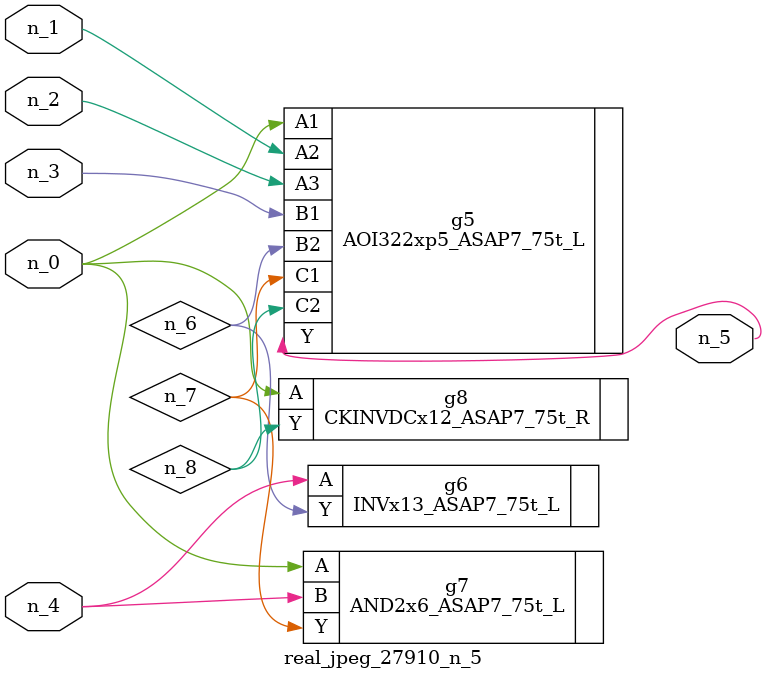
<source format=v>
module real_jpeg_27910_n_5 (n_4, n_0, n_1, n_2, n_3, n_5);

input n_4;
input n_0;
input n_1;
input n_2;
input n_3;

output n_5;

wire n_8;
wire n_6;
wire n_7;

AOI322xp5_ASAP7_75t_L g5 ( 
.A1(n_0),
.A2(n_1),
.A3(n_2),
.B1(n_3),
.B2(n_6),
.C1(n_7),
.C2(n_8),
.Y(n_5)
);

AND2x6_ASAP7_75t_L g7 ( 
.A(n_0),
.B(n_4),
.Y(n_7)
);

CKINVDCx12_ASAP7_75t_R g8 ( 
.A(n_0),
.Y(n_8)
);

INVx13_ASAP7_75t_L g6 ( 
.A(n_4),
.Y(n_6)
);


endmodule
</source>
